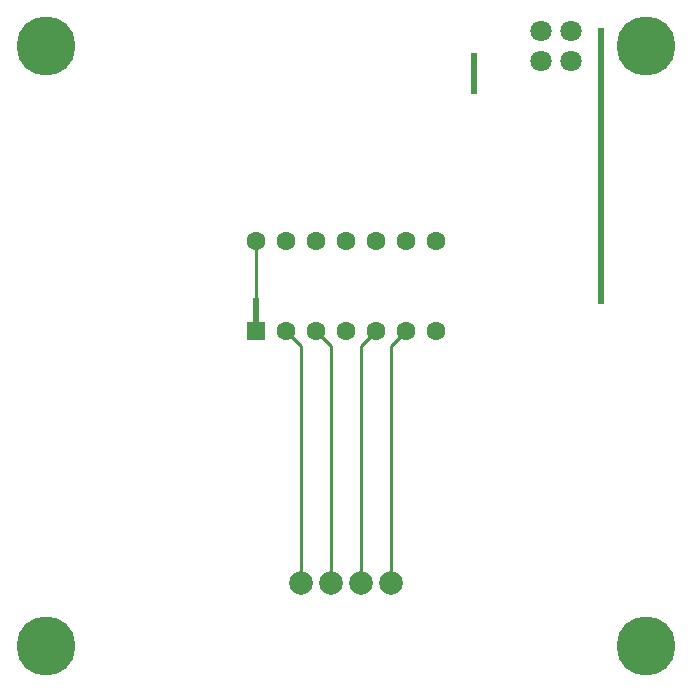
<source format=gbl>
G04 Layer: BottomLayer*
G04 EasyEDA v6.5.22, 2022-11-04 13:25:20*
G04 85924a54d7f443bcb71dc3a66c5b611b,5a6b42c53f6a479593ecc07194224c93,10*
G04 Gerber Generator version 0.2*
G04 Scale: 100 percent, Rotated: No, Reflected: No *
G04 Dimensions in millimeters *
G04 leading zeros omitted , absolute positions ,4 integer and 5 decimal *
%FSLAX45Y45*%
%MOMM*%

%ADD10C,0.5000*%
%ADD11C,0.2540*%
%ADD12R,1.6002X1.6002*%
%ADD13C,1.6002*%
%ADD14C,5.0000*%
%ADD15C,1.8000*%
%ADD16C,2.0000*%
%ADD17C,0.6096*%

%LPD*%
D10*
X4000500Y5372100D02*
G01*
X4000500Y5079989D01*
X5079987Y5588000D02*
G01*
X5079987Y5079987D01*
X5080000Y5079974D02*
G01*
X5080000Y3301992D01*
X2159000Y3302000D02*
G01*
X2159000Y3048000D01*
D11*
X2159000Y3810000D02*
G01*
X2159000Y3302000D01*
X2539992Y914397D02*
G01*
X2539992Y2920994D01*
X2412994Y3047992D01*
X2793992Y914397D02*
G01*
X2793992Y2920994D01*
X2666994Y3047992D01*
X3047992Y914397D02*
G01*
X3047992Y2920989D01*
X3174994Y3047992D01*
X3301992Y914397D02*
G01*
X3301992Y2920989D01*
X3428994Y3047992D01*
D12*
G01*
X2159000Y3048000D03*
D13*
G01*
X2413000Y3048000D03*
G01*
X3175000Y3048000D03*
G01*
X3429000Y3048000D03*
G01*
X2667000Y3048000D03*
G01*
X2921000Y3048000D03*
G01*
X3683000Y3048000D03*
G01*
X3683000Y3810000D03*
G01*
X3429000Y3810000D03*
G01*
X3175000Y3810000D03*
G01*
X2921000Y3810000D03*
G01*
X2667000Y3810000D03*
G01*
X2413000Y3810000D03*
G01*
X2159000Y3810000D03*
D14*
G01*
X381000Y5461000D03*
G01*
X5461000Y5461000D03*
G01*
X5461000Y381000D03*
G01*
X381000Y381000D03*
D15*
G01*
X4572000Y5588000D03*
G01*
X4572000Y5334000D03*
G01*
X4826000Y5334000D03*
G01*
X4826000Y5588000D03*
D16*
G01*
X3048000Y914400D03*
G01*
X2794000Y914400D03*
G01*
X2540000Y914400D03*
G01*
X3302000Y914400D03*
D17*
G01*
X4000500Y5372100D03*
G01*
X5080000Y5588000D03*
G01*
X5080000Y5079974D03*
G01*
X4000500Y5079974D03*
G01*
X5080000Y3302000D03*
G01*
X2159000Y3302000D03*
M02*

</source>
